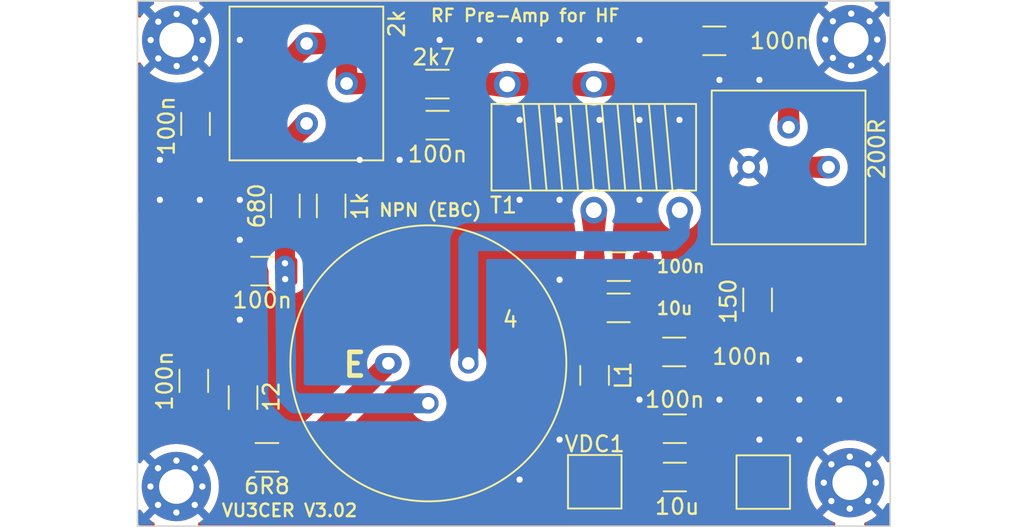
<source format=kicad_pcb>
(kicad_pcb (version 20221018) (generator pcbnew)
  (layers (0 "F.Cu" signal) (31 "B.Cu" signal) (34 "B.Paste" user) (35 "F.Paste" user) (36 "B.SilkS" user "B.Silkscreen") (37 "F.SilkS" user "F.Silkscreen") (38 "B.Mask" user) (39 "F.Mask" user) (44 "Edge.Cuts" user))
  (net 0 "")
  (net 1 "GND")
  (net 2 "Net-(IN1-In)")
  (net 3 "Net-(OUT1-In)")
  (net 4 "+12V")
  (net 5 "Net-(Q1-C)")
  (net 6 "Net-(Q1-B)")
  (net 7 "Net-(Q1-E)")
  (net 8 "Net-(C18-Pad1)")
  (net 9 "Net-(T1-AB)")
  (net 10 "Net-(C19-Pad2)")
  (net 11 "Net-(C25-Pad1)")
  (net 12 "Net-(C35-Pad1)")
  (net 13 "Net-(T1-SA)")
  (footprint "Capacitor_SMD:C_1206_3216Metric_Pad1.33x1.80mm_HandSolder" (layer "F.Cu") (at 104.414564 93.855)
    (fp_text reference "C18" hide)
    (fp_text value "100n" (at 0 1.85) (layer "F.SilkS"))
    (fp_line (start -0.711252 -0.91) (end 0.711252 -0.91) (stroke (width 0.12)) (layer "F.SilkS"))
    (fp_line (start -0.711252 0.91) (end 0.711252 0.91) (stroke (width 0.12)) (layer "F.SilkS"))
    (pad "1" smd roundrect (at -1.5625 0) (size 1.325 1.8) (layers "F.Cu" "F.Paste" "F.Mask") (roundrect_rratio 0.1886792453) (net 8 "Net-(C18-Pad1)"))
    (pad "2" smd roundrect (at 1.5625 0) (size 1.325 1.8) (layers "F.Cu" "F.Paste" "F.Mask") (roundrect_rratio 0.1886792453) (net 9 "Net-(T1-AB)"))
  )
  (footprint "Resistor_SMD:R_1206_3216Metric_Pad1.30x1.75mm_HandSolder" (layer "F.Cu") (at 104.404564 91.245 180)
    (fp_text reference "R5" hide)
    (fp_text value "2k7" (at 0.23 1.71 180) (layer "F.SilkS"))
    (fp_line (start -0.727064 -0.91) (end 0.727064 -0.91) (stroke (width 0.12)) (layer "F.SilkS"))
    (fp_line (start -0.727064 0.91) (end 0.727064 0.91) (stroke (width 0.12)) (layer "F.SilkS"))
    (pad "1" smd roundrect (at -1.55 0 180) (size 1.3 1.75) (layers "F.Cu" "F.Paste" "F.Mask") (roundrect_rratio 0.1923076923) (net 9 "Net-(T1-AB)"))
    (pad "2" smd roundrect (at 1.55 0 180) (size 1.3 1.75) (layers "F.Cu" "F.Paste" "F.Mask") (roundrect_rratio 0.1923076923) (net 8 "Net-(C18-Pad1)"))
  )
  (footprint "Resistor_SMD:R_1206_3216Metric_Pad1.30x1.75mm_HandSolder" (layer "F.Cu") (at 124.754564 104.955 -90)
    (fp_text reference "R1" hide)
    (fp_text value "150" (at 0.09 1.86 -90) (layer "F.SilkS"))
    (fp_line (start -0.727064 -0.91) (end 0.727064 -0.91) (stroke (width 0.12)) (layer "F.SilkS"))
    (fp_line (start -0.727064 0.91) (end 0.727064 0.91) (stroke (width 0.12)) (layer "F.SilkS"))
    (pad "1" smd roundrect (at -1.55 0 270) (size 1.3 1.75) (layers "F.Cu" "F.Paste" "F.Mask") (roundrect_rratio 0.1923076923) (net 1 "GND"))
    (pad "2" smd roundrect (at 1.55 0 270) (size 1.3 1.75) (layers "F.Cu" "F.Paste" "F.Mask") (roundrect_rratio 0.1923076923) (net 3 "Net-(OUT1-In)"))
  )
  (footprint "footprints:FT50-43 Transformer" (layer "F.Cu") (at 122.344564 95.255 -90)
    (fp_text reference "T1" (at 3.69 13.74 unlocked) (layer "F.SilkS"))
    (fp_text value "XFMR" hide)
    (fp_line (start -2.75 1.5) (end 2.75 1.5) (stroke (width 0.12)) (layer "F.SilkS"))
    (fp_line (start -2.75 3.5) (end 2.75 3) (stroke (width 0.12)) (layer "F.SilkS"))
    (fp_line (start -2.75 4.5) (end 2.75 4) (stroke (width 0.12)) (layer "F.SilkS"))
    (fp_line (start -2.75 5.5) (end 2.75 5) (stroke (width 0.12)) (layer "F.SilkS"))
    (fp_line (start -2.75 6.5) (end 2.75 6) (stroke (width 0.12)) (layer "F.SilkS"))
    (fp_line (start -2.75 7.5) (end 2.75 7) (stroke (width 0.12)) (layer "F.SilkS"))
    (fp_line (start -2.75 8.5) (end 2.75 8) (stroke (width 0.12)) (layer "F.SilkS"))
    (fp_line (start -2.75 9.5) (end 2.75 9) (stroke (width 0.12)) (layer "F.SilkS"))
    (fp_line (start -2.75 10.5) (end 2.75 10) (stroke (width 0.12)) (layer "F.SilkS"))
    (fp_line (start -2.75 11.5) (end 2.75 11) (stroke (width 0.12)) (layer "F.SilkS"))
    (fp_line (start -2.75 12.5) (end 2.75 12) (stroke (width 0.12)) (layer "F.SilkS"))
    (fp_line (start -2.75 14.5) (end -2.75 1.5) (stroke (width 0.12)) (layer "F.SilkS"))
    (fp_line (start 2.75 1.5) (end 2.75 14.5) (stroke (width 0.12)) (layer "F.SilkS"))
    (fp_line (start 2.75 14.5) (end -2.75 14.5) (stroke (width 0.12)) (layer "F.SilkS"))
    (pad "1" thru_hole circle (at 4 2.54 270) (size 1.7 1.7) (drill 1) (layers "*.Cu" "*.Mask") (net 5 "Net-(Q1-C)"))
    (pad "2" thru_hole circle (at -4 13.5 270) (size 1.7 1.7) (drill 1) (layers "*.Cu" "*.Mask") (net 9 "Net-(T1-AB)"))
    (pad "3" thru_hole circle (at 4 8 270) (size 1.7 1.7) (drill 1) (layers "*.Cu" "*.Mask") (net 13 "Net-(T1-SA)"))
    (pad "4" thru_hole circle (at -4 8 270) (size 1.7 1.7) (drill 1) (layers "*.Cu" "*.Mask") (net 9 "Net-(T1-AB)"))
  )
  (footprint "TestPoint:TestPoint_Pad_3.0x3.0mm" (layer "F.Cu") (at 114.404564 116.515)
    (fp_text reference "VDC1" (at 0 -2.398) (layer "F.SilkS"))
    (fp_text value "Conn_01x01" hide)
    (fp_line (start -1.7 -1.7) (end 1.7 -1.7) (stroke (width 0.12)) (layer "F.SilkS"))
    (fp_line (start -1.7 1.7) (end -1.7 -1.7) (stroke (width 0.12)) (layer "F.SilkS"))
    (fp_line (start 1.7 -1.7) (end 1.7 1.7) (stroke (width 0.12)) (layer "F.SilkS"))
    (fp_line (start 1.7 1.7) (end -1.7 1.7) (stroke (width 0.12)) (layer "F.SilkS"))
    (pad "1" smd rect (at 0 0) (size 3 3) (layers "F.Cu" "F.Mask") (net 4 "+12V"))
  )
  (footprint "Capacitor_SMD:C_1206_3216Metric_Pad1.33x1.80mm_HandSolder" (layer "F.Cu") (at 93.28 103.13)
    (fp_text reference "C1" hide)
    (fp_text value "100n" (at 0 1.85) (layer "F.SilkS"))
    (fp_line (start -0.711252 -0.91) (end 0.711252 -0.91) (stroke (width 0.12)) (layer "F.SilkS"))
    (fp_line (start -0.711252 0.91) (end 0.711252 0.91) (stroke (width 0.12)) (layer "F.SilkS"))
    (pad "1" smd roundrect (at -1.5625 0) (size 1.325 1.8) (layers "F.Cu" "F.Paste" "F.Mask") (roundrect_rratio 0.1886792453) (net 2 "Net-(IN1-In)"))
    (pad "2" smd roundrect (at 1.5625 0) (size 1.325 1.8) (layers "F.Cu" "F.Paste" "F.Mask") (roundrect_rratio 0.1886792453) (net 6 "Net-(Q1-B)"))
  )
  (footprint "Resistor_SMD:R_1206_3216Metric_Pad1.30x1.75mm_HandSolder" (layer "F.Cu") (at 93.574564 114.965)
    (fp_text reference "R8" hide)
    (fp_text value "6R8" (at 0 1.82) (layer "F.SilkS"))
    (fp_line (start -0.727064 -0.91) (end 0.727064 -0.91) (stroke (width 0.12)) (layer "F.SilkS"))
    (fp_line (start -0.727064 0.91) (end 0.727064 0.91) (stroke (width 0.12)) (layer "F.SilkS"))
    (pad "1" smd roundrect (at -1.55 0) (size 1.3 1.75) (layers "F.Cu" "F.Paste" "F.Mask") (roundrect_rratio 0.1923076923) (net 10 "Net-(C19-Pad2)"))
    (pad "2" smd roundrect (at 1.55 0) (size 1.3 1.75) (layers "F.Cu" "F.Paste" "F.Mask") (roundrect_rratio 0.1923076923) (net 7 "Net-(Q1-E)"))
  )
  (footprint "Capacitor_SMD:C_1206_3216Metric_Pad1.33x1.80mm_HandSolder" (layer "F.Cu") (at 119.492064 113.145 180)
    (fp_text reference "C23" hide)
    (fp_text value "100n" (at 0 1.85) (layer "F.SilkS"))
    (fp_line (start -0.711252 -0.91) (end 0.711252 -0.91) (stroke (width 0.12)) (layer "F.SilkS"))
    (fp_line (start -0.711252 0.91) (end 0.711252 0.91) (stroke (width 0.12)) (layer "F.SilkS"))
    (pad "1" smd roundrect (at -1.5625 0 180) (size 1.325 1.8) (layers "F.Cu" "F.Paste" "F.Mask") (roundrect_rratio 0.1886792453) (net 1 "GND"))
    (pad "2" smd roundrect (at 1.5625 0 180) (size 1.325 1.8) (layers "F.Cu" "F.Paste" "F.Mask") (roundrect_rratio 0.1886792453) (net 4 "+12V"))
  )
  (footprint "footprints:SMA_EDGELAUNCH_Modded" (layer "F.Cu") (at 132.384564 106.475 180)
    (fp_text reference "OUT1" hide)
    (fp_text value "SMA" hide)
    (pad "1" smd rect (at 2.032 0 270) (size 1.27 4.064) (layers "F.Cu" "F.Mask") (net 3 "Net-(OUT1-In)"))
    (pad "2" smd rect (at 2.032 -2.54 270) (size 1.524 4.064) (layers "F.Cu" "F.Mask") (net 1 "GND"))
    (pad "2" smd rect (at 2.032 2.54 270) (size 1.524 4.064) (layers "F.Cu" "F.Mask") (net 1 "GND"))
  )
  (footprint "footprints:SMA_EDGELAUNCH_Modded" (layer "F.Cu") (at 85.918 103.09)
    (fp_text reference "IN1" hide)
    (fp_text value "SMA")
    (pad "1" smd rect (at 2.032 0 90) (size 1.27 4.064) (layers "F.Cu" "F.Mask") (net 2 "Net-(IN1-In)"))
    (pad "2" smd rect (at 2.032 -2.54 90) (size 1.524 4.064) (layers "F.Cu" "F.Mask") (net 1 "GND"))
    (pad "2" smd rect (at 2.032 2.54 90) (size 1.524 4.064) (layers "F.Cu" "F.Mask") (net 1 "GND"))
  )
  (footprint "Resistor_SMD:R_1206_3216Metric_Pad1.30x1.75mm_HandSolder" (layer "F.Cu") (at 97.654564 98.985 90)
    (fp_text reference "R7" hide)
    (fp_text value "1k" (at 0 1.82 90) (layer "F.SilkS"))
    (fp_line (start -0.727064 -0.91) (end 0.727064 -0.91) (stroke (width 0.12)) (layer "F.SilkS"))
    (fp_line (start -0.727064 0.91) (end 0.727064 0.91) (stroke (width 0.12)) (layer "F.SilkS"))
    (pad "1" smd roundrect (at -1.55 0 90) (size 1.3 1.75) (layers "F.Cu" "F.Paste" "F.Mask") (roundrect_rratio 0.1923076923) (net 6 "Net-(Q1-B)"))
    (pad "2" smd roundrect (at 1.55 0 90) (size 1.3 1.75) (layers "F.Cu" "F.Paste" "F.Mask") (roundrect_rratio 0.1923076923) (net 1 "GND"))
  )
  (footprint "Capacitor_SMD:C_1206_3216Metric_Pad1.33x1.80mm_HandSolder" (layer "F.Cu") (at 115.922064 105.465 180)
    (fp_text reference "C20" hide)
    (fp_text value "10u" (at -3.5625 -0.03) (layer "F.SilkS") (effects (font (size 0.8 0.8))))
    (fp_line (start -0.711252 -0.91) (end 0.711252 -0.91) (stroke (width 0.12)) (layer "F.SilkS"))
    (fp_line (start -0.711252 0.91) (end 0.711252 0.91) (stroke (width 0.12)) (layer "F.SilkS"))
    (pad "1" smd roundrect (at -1.5625 0 180) (size 1.325 1.8) (layers "F.Cu" "F.Paste" "F.Mask") (roundrect_rratio 0.1886792453) (net 1 "GND"))
    (pad "2" smd roundrect (at 1.5625 0 180) (size 1.325 1.8) (layers "F.Cu" "F.Paste" "F.Mask") (roundrect_rratio 0.1886792453) (net 13 "Net-(T1-SA)"))
  )
  (footprint "Capacitor_SMD:C_1206_3216Metric_Pad1.33x1.80mm_HandSolder" (layer "F.Cu") (at 119.494564 116.215 180)
    (fp_text reference "C24" hide)
    (fp_text value "10u" (at -0.15 -1.88) (layer "F.SilkS"))
    (fp_line (start -0.711252 -0.91) (end 0.711252 -0.91) (stroke (width 0.12)) (layer "F.SilkS"))
    (fp_line (start -0.711252 0.91) (end 0.711252 0.91) (stroke (width 0.12)) (layer "F.SilkS"))
    (pad "1" smd roundrect (at -1.5625 0 180) (size 1.325 1.8) (layers "F.Cu" "F.Paste" "F.Mask") (roundrect_rratio 0.1886792453) (net 1 "GND"))
    (pad "2" smd roundrect (at 1.5625 0 180) (size 1.325 1.8) (layers "F.Cu" "F.Paste" "F.Mask") (roundrect_rratio 0.1886792453) (net 4 "+12V"))
  )
  (footprint "MountingHole:MountingHole_2.2mm_M2_Pad_Via" (layer "F.Cu") (at 87.834564 88.445)
    (fp_text reference "H1" hide)
    (fp_text value "MountingHole_Pad" hide)
    (pad "1" thru_hole circle (at -1.65 0) (size 0.7 0.7) (drill 0.4) (layers "*.Cu" "*.Mask") (net 1 "GND"))
    (pad "1" thru_hole circle (at -1.166726 -1.166726) (size 0.7 0.7) (drill 0.4) (layers "*.Cu" "*.Mask") (net 1 "GND"))
    (pad "1" thru_hole circle (at -1.166726 1.166726) (size 0.7 0.7) (drill 0.4) (layers "*.Cu" "*.Mask") (net 1 "GND"))
    (pad "1" thru_hole circle (at 0 -1.65) (size 0.7 0.7) (drill 0.4) (layers "*.Cu" "*.Mask") (net 1 "GND"))
    (pad "1" thru_hole circle (at 0 0) (size 4.4 4.4) (drill 2.2) (layers "*.Cu" "*.Mask") (net 1 "GND"))
    (pad "1" thru_hole circle (at 0 1.65) (size 0.7 0.7) (drill 0.4) (layers "*.Cu" "*.Mask") (net 1 "GND"))
    (pad "1" thru_hole circle (at 1.166726 -1.166726) (size 0.7 0.7) (drill 0.4) (layers "*.Cu" "*.Mask") (net 1 "GND"))
    (pad "1" thru_hole circle (at 1.166726 1.166726) (size 0.7 0.7) (drill 0.4) (layers "*.Cu" "*.Mask") (net 1 "GND"))
    (pad "1" thru_hole circle (at 1.65 0) (size 0.7 0.7) (drill 0.4) (layers "*.Cu" "*.Mask") (net 1 "GND"))
  )
  (footprint "Potentiometer_THT:Potentiometer_Bourns_3386P_Vertical" (layer "F.Cu") (at 96.094564 93.745)
    (fp_text reference "RV2" hide)
    (fp_text value "2k" (at 5.73 -6.35 90) (layer "F.SilkS"))
    (fp_line (start -4.9 -7.425) (end -4.9 2.345) (stroke (width 0.12)) (layer "F.SilkS"))
    (fp_line (start -4.9 -7.425) (end 4.87 -7.425) (stroke (width 0.12)) (layer "F.SilkS"))
    (fp_line (start -4.9 2.345) (end 4.87 2.345) (stroke (width 0.12)) (layer "F.SilkS"))
    (fp_line (start 4.87 -7.425) (end 4.87 2.345) (stroke (width 0.12)) (layer "F.SilkS"))
    (pad "1" thru_hole circle (at 0 0) (size 1.44 1.44) (drill 0.8) (layers "*.Cu" "*.Mask") (net 12 "Net-(C35-Pad1)"))
    (pad "2" thru_hole circle (at 2.54 -2.54) (size 1.44 1.44) (drill 0.8) (layers "*.Cu" "*.Mask") (net 8 "Net-(C18-Pad1)"))
    (pad "3" thru_hole circle (at 0 -5.08) (size 1.44 1.44) (drill 0.8) (layers "*.Cu" "*.Mask") (net 8 "Net-(C18-Pad1)"))
  )
  (footprint "Capacitor_SMD:C_1206_3216Metric_Pad1.33x1.80mm_HandSolder" (layer "F.Cu") (at 115.932064 102.845 180)
    (fp_text reference "C21" hide)
    (fp_text value "100n" (at -3.9425 0.01 180) (layer "F.SilkS") (effects (font (size 0.8 0.8))))
    (fp_line (start -0.711252 -0.91) (end 0.711252 -0.91) (stroke (width 0.12)) (layer "F.SilkS"))
    (fp_line (start -0.711252 0.91) (end 0.711252 0.91) (stroke (width 0.12)) (layer "F.SilkS"))
    (pad "1" smd roundrect (at -1.5625 0 180) (size 1.325 1.8) (layers "F.Cu" "F.Paste" "F.Mask") (roundrect_rratio 0.1886792453) (net 1 "GND"))
    (pad "2" smd roundrect (at 1.5625 0 180) (size 1.325 1.8) (layers "F.Cu" "F.Paste" "F.Mask") (roundrect_rratio 0.1886792453) (net 13 "Net-(T1-SA)"))
  )
  (footprint "Resistor_SMD:R_1206_3216Metric_Pad1.30x1.75mm_HandSolder" (layer "F.Cu") (at 92.054564 111.165 -90)
    (fp_text reference "R9" hide)
    (fp_text value "12" (at -0.06 -1.8 90) (layer "F.SilkS"))
    (fp_line (start -0.727064 -0.91) (end 0.727064 -0.91) (stroke (width 0.12)) (layer "F.SilkS"))
    (fp_line (start -0.727064 0.91) (end 0.727064 0.91) (stroke (width 0.12)) (layer "F.SilkS"))
    (pad "1" smd roundrect (at -1.55 0 270) (size 1.3 1.75) (layers "F.Cu" "F.Paste" "F.Mask") (roundrect_rratio 0.1923076923) (net 1 "GND"))
    (pad "2" smd roundrect (at 1.55 0 270) (size 1.3 1.75) (layers "F.Cu" "F.Paste" "F.Mask") (roundrect_rratio 0.1923076923) (net 10 "Net-(C19-Pad2)"))
  )
  (footprint "TestPoint:TestPoint_Pad_3.0x3.0mm" (layer "F.Cu") (at 125.114564 116.535)
    (fp_text reference "GND1" hide)
    (fp_text value "Conn_01x01" hide)
    (fp_line (start -1.7 -1.7) (end 1.7 -1.7) (stroke (width 0.12)) (layer "F.SilkS"))
    (fp_line (start -1.7 1.7) (end -1.7 -1.7) (stroke (width 0.12)) (layer "F.SilkS"))
    (fp_line (start 1.7 -1.7) (end 1.7 1.7) (stroke (width 0.12)) (layer "F.SilkS"))
    (fp_line (start 1.7 1.7) (end -1.7 1.7) (stroke (width 0.12)) (layer "F.SilkS"))
    (pad "1" smd rect (at 0 0) (size 3 3) (layers "F.Cu" "F.Mask") (net 1 "GND"))
  )
  (footprint "Capacitor_SMD:C_1206_3216Metric_Pad1.33x1.80mm_HandSolder" (layer "F.Cu") (at 88.924564 110.105 -90)
    (fp_text reference "C19" hide)
    (fp_text value "100n" (at 0 1.85 90) (layer "F.SilkS"))
    (fp_line (start -0.711252 -0.91) (end 0.711252 -0.91) (stroke (width 0.12)) (layer "F.SilkS"))
    (fp_line (start -0.711252 0.91) (end 0.711252 0.91) (stroke (width 0.12)) (layer "F.SilkS"))
    (pad "1" smd roundrect (at -1.5625 0 270) (size 1.325 1.8) (layers "F.Cu" "F.Paste" "F.Mask") (roundrect_rratio 0.1886792453) (net 1 "GND"))
    (pad "2" smd roundrect (at 1.5625 0 270) (size 1.325 1.8) (layers "F.Cu" "F.Paste" "F.Mask") (roundrect_rratio 0.1886792453) (net 10 "Net-(C19-Pad2)"))
  )
  (footprint "Package_TO_SOT_THT:TO-38-3" (layer "F.Cu") (at 101.29 108.99)
    (fp_text reference "Q1" hide)
    (fp_text value "NPN (EBC)" (at 2.664564 -9.735) (layer "F.SilkS") (effects (font (size 0.8 0.8))))
    (fp_circle (center 2.54 0) (end 11.31 0) (stroke (width 0.12)) (fill none) (layer "F.SilkS"))
    (pad "1" thru_hole oval (at 0 0) (size 1.7 1.3) (drill 0.8) (layers "*.Cu" "*.Mask") (net 7 "Net-(Q1-E)"))
    (pad "2" thru_hole oval (at 2.54 2.54) (size 1.3 1.3) (drill 0.8) (layers "*.Cu" "*.Mask") (net 6 "Net-(Q1-B)"))
    (pad "3" thru_hole oval (at 5.08 0) (size 1.3 1.3) (drill 0.8) (layers "*.Cu" "*.Mask") (net 5 "Net-(Q1-C)"))
  )
  (footprint "Capacitor_SMD:C_1206_3216Metric_Pad1.33x1.80mm_HandSolder" (layer "F.Cu") (at 119.457064 108.265 180)
    (fp_text reference "C22" hide)
    (fp_text value "100n" (at -4.3075 -0.3) (layer "F.SilkS"))
    (fp_line (start -0.711252 -0.91) (end 0.711252 -0.91) (stroke (width 0.12)) (layer "F.SilkS"))
    (fp_line (start -0.711252 0.91) (end 0.711252 0.91) (stroke (width 0.12)) (layer "F.SilkS"))
    (pad "1" smd roundrect (at -1.5625 0 180) (size 1.325 1.8) (layers "F.Cu" "F.Paste" "F.Mask") (roundrect_rratio 0.1886792453) (net 1 "GND"))
    (pad "2" smd roundrect (at 1.5625 0 180) (size 1.325 1.8) (layers "F.Cu" "F.Paste" "F.Mask") (roundrect_rratio 0.1886792453) (net 13 "Net-(T1-SA)"))
  )
  (footprint "Capacitor_SMD:C_1206_3216Metric_Pad1.33x1.80mm_HandSolder" (layer "F.Cu") (at 89.034564 93.7775 90)
    (fp_text reference "C35" hide)
    (fp_text value "100n" (at -0.1275 -1.84 90) (layer "F.SilkS"))
    (fp_line (start -0.711252 -0.91) (end 0.711252 -0.91) (stroke (width 0.12)) (layer "F.SilkS"))
    (fp_line (start -0.711252 0.91) (end 0.711252 0.91) (stroke (width 0.12)) (layer "F.SilkS"))
    (pad "1" smd roundrect (at -1.5625 0 90) (size 1.325 1.8) (layers "F.Cu" "F.Paste" "F.Mask") (roundrect_rratio 0.1886792453) (net 12 "Net-(C35-Pad1)"))
    (pad "2" smd roundrect (at 1.5625 0 90) (size 1.325 1.8) (layers "F.Cu" "F.Paste" "F.Mask") (roundrect_rratio 0.1886792453) (net 8 "Net-(C18-Pad1)"))
  )
  (footprint "Capacitor_SMD:C_1206_3216Metric_Pad1.33x1.80mm_HandSolder" (layer "F.Cu") (at 122.004564 88.495 180)
    (fp_text reference "C25" hide)
    (fp_text value "100n" (at -4.15 -0.01) (layer "F.SilkS"))
    (fp_line (start -0.711252 -0.91) (end 0.711252 -0.91) (stroke (width 0.12)) (layer "F.SilkS"))
    (fp_line (start -0.711252 0.91) (end 0.711252 0.91) (stroke (width 0.12)) (layer "F.SilkS"))
    (pad "1" smd roundrect (at -1.5625 0 180) (size 1.325 1.8) (layers "F.Cu" "F.Paste" "F.Mask") (roundrect_rratio 0.1886792453) (net 11 "Net-(C25-Pad1)"))
    (pad "2" smd roundrect (at 1.5625 0 180) (size 1.325 1.8) (layers "F.Cu" "F.Paste" "F.Mask") (roundrect_rratio 0.1886792453) (net 9 "Net-(T1-AB)"))
  )
  (footprint "MountingHole:MountingHole_2.2mm_M2_Pad_Via" (layer "F.Cu") (at 130.704564 88.415)
    (fp_text reference "H2" hide)
    (fp_text value "MountingHole_Pad" hide)
    (pad "1" thru_hole circle (at -1.65 0) (size 0.7 0.7) (drill 0.4) (layers "*.Cu" "*.Mask") (net 1 "GND"))
    (pad "1" thru_hole circle (at -1.166726 -1.166726) (size 0.7 0.7) (drill 0.4) (layers "*.Cu" "*.Mask") (net 1 "GND"))
    (pad "1" thru_hole circle (at -1.166726 1.166726) (size 0.7 0.7) (drill 0.4) (layers "*.Cu" "*.Mask") (net 1 "GND"))
    (pad "1" thru_hole circle (at 0 -1.65) (size 0.7 0.7) (drill 0.4) (layers "*.Cu" "*.Mask") (net 1 "GND"))
    (pad "1" thru_hole circle (at 0 0) (size 4.4 4.4) (drill 2.2) (layers "*.Cu" "*.Mask") (net 1 "GND"))
    (pad "1" thru_hole circle (at 0 1.65) (size 0.7 0.7) (drill 0.4) (layers "*.Cu" "*.Mask") (net 1 "GND"))
    (pad "1" thru_hole circle (at 1.166726 -1.166726) (size 0.7 0.7) (drill 0.4) (layers "*.Cu" "*.Mask") (net 1 "GND"))
    (pad "1" thru_hole circle (at 1.166726 1.166726) (size 0.7 0.7) (drill 0.4) (layers "*.Cu" "*.Mask") (net 1 "GND"))
    (pad "1" thru_hole circle (at 1.65 0) (size 0.7 0.7) (drill 0.4) (layers "*.Cu" "*.Mask") (net 1 "GND"))
  )
  (footprint "Potentiometer_THT:Potentiometer_Bourns_3386P_Vertical" (layer "F.Cu") (at 129.264564 96.525 90)
    (fp_text reference "RV1" hide)
    (fp_text value "200R" (at 1.17 3.07 90) (layer "F.SilkS"))
    (fp_line (start -4.9 -7.425) (end -4.9 2.345) (stroke (width 0.12)) (layer "F.SilkS"))
    (fp_line (start -4.9 -7.425) (end 4.87 -7.425) (stroke (width 0.12)) (layer "F.SilkS"))
    (fp_line (start -4.9 2.345) (end 4.87 2.345) (stroke (width 0.12)) (layer "F.SilkS"))
    (fp_line (start 4.87 -7.425) (end 4.87 2.345) (stroke (width 0.12)) (layer "F.SilkS"))
    (pad "1" thru_hole circle (at 0 0 90) (size 1.44 1.44) (drill 0.8) (layers "*.Cu" "*.Mask") (net 3 "Net-(OUT1-In)"))
    (pad "2" thru_hole circle (at 2.54 -2.54 90) (size 1.44 1.44) (drill 0.8) (layers "*.Cu" "*.Mask") (net 11 "Net-(C25-Pad1)"))
    (pad "3" thru_hole circle (at 0 -5.08 90) (size 1.44 1.44) (drill 0.8) (layers "*.Cu" "*.Mask") (net 1 "GND"))
  )
  (footprint "Inductor_SMD:L_1206_3216Metric_Pad1.42x1.75mm_HandSolder" (layer "F.Cu") (at 114.394564 109.7575 -90)
    (fp_text reference "L1" (at 0 -1.82 90) (layer "F.SilkS"))
    (fp_text value "600 @ 100 MHz" hide)
    (fp_line (start -0.602064 -0.91) (end 0.602064 -0.91) (stroke (width 0.12)) (layer "F.SilkS"))
    (fp_line (start -0.602064 0.91) (end 0.602064 0.91) (stroke (width 0.12)) (layer "F.SilkS"))
    (pad "1" smd roundrect (at -1.4875 0 270) (size 1.425 1.75) (layers "F.Cu" "F.Paste" "F.Mask") (roundrect_rratio 0.1754392982) (net 13 "Net-(T1-SA)"))
    (pad "2" smd roundrect (at 1.4875 0 270) (size 1.425 1.75) (layers "F.Cu" "F.Paste" "F.Mask") (roundrect_rratio 0.1754392982) (net 4 "+12V"))
  )
  (footprint "MountingHole:MountingHole_2.2mm_M2_Pad_Via" (layer "F.Cu") (at 87.817838 116.818274)
    (fp_text reference "H3" hide)
    (fp_text value "MountingHole_Pad" hide)
    (pad "1" thru_hole circle (at -1.65 0) (size 0.7 0.7) (drill 0.4) (layers "*.Cu" "*.Mask") (net 1 "GND"))
    (pad "1" thru_hole circle (at -1.166726 -1.166726) (size 0.7 0.7) (drill 0.4) (layers "*.Cu" "*.Mask") (net 1 "GND"))
    (pad "1" thru_hole circle (at -1.166726 1.166726) (size 0.7 0.7) (drill 0.4) (layers "*.Cu" "*.Mask") (net 1 "GND"))
    (pad "1" thru_hole circle (at 0 -1.65) (size 0.7 0.7) (drill 0.4) (layers "*.Cu" "*.Mask") (net 1 "GND"))
    (pad "1" thru_hole circle (at 0 0) (size 4.4 4.4) (drill 2.2) (layers "*.Cu" "*.Mask") (net 1 "GND"))
    (pad "1" thru_hole circle (at 0 1.65) (size 0.7 0.7) (drill 0.4) (layers "*.Cu" "*.Mask") (net 1 "GND"))
    (pad "1" thru_hole circle (at 1.166726 -1.166726) (size 0.7 0.7) (drill 0.4) (layers "*.Cu" "*.Mask") (net 1 "GND"))
    (pad "1" thru_hole circle (at 1.166726 1.166726) (size 0.7 0.7) (drill 0.4) (layers "*.Cu" "*.Mask") (net 1 "GND"))
    (pad "1" thru_hole circle (at 1.65 0) (size 0.7 0.7) (drill 0.4) (layers "*.Cu" "*.Mask") (net 1 "GND"))
  )
  (footprint "Resistor_SMD:R_1206_3216Metric_Pad1.30x1.75mm_HandSolder" (layer "F.Cu") (at 94.744564 98.985 -90)
    (fp_text reference "R6" hide)
    (fp_text value "680" (at 0 1.82 90) (layer "F.SilkS"))
    (fp_line (start -0.727064 -0.91) (end 0.727064 -0.91) (stroke (width 0.12)) (layer "F.SilkS"))
    (fp_line (start -0.727064 0.91) (end 0.727064 0.91) (stroke (width 0.12)) (layer "F.SilkS"))
    (pad "1" smd roundrect (at -1.55 0 270) (size 1.3 1.75) (layers "F.Cu" "F.Paste" "F.Mask") (roundrect_rratio 0.1923076923) (net 12 "Net-(C35-Pad1)"))
    (pad "2" smd roundrect (at 1.55 0 270) (size 1.3 1.75) (layers "F.Cu" "F.Paste" "F.Mask") (roundrect_rratio 0.1923076923) (net 6 "Net-(Q1-B)"))
  )
  (footprint "MountingHole:MountingHole_2.2mm_M2_Pad_Via" (layer "F.Cu") (at 130.609838 116.574274)
    (fp_text reference "H4" hide)
    (fp_text value "MountingHole_Pad" hide)
    (pad "1" thru_hole circle (at -1.65 0) (size 0.7 0.7) (drill 0.4) (layers "*.Cu" "*.Mask") (net 1 "GND"))
    (pad "1" thru_hole circle (at -1.166726 -1.166726) (size 0.7 0.7) (drill 0.4) (layers "*.Cu" "*.Mask") (net 1 "GND"))
    (pad "1" thru_hole circle (at -1.166726 1.166726) (size 0.7 0.7) (drill 0.4) (layers "*.Cu" "*.Mask") (net 1 "GND"))
    (pad "1" thru_hole circle (at 0 -1.65) (size 0.7 0.7) (drill 0.4) (layers "*.Cu" "*.Mask") (net 1 "GND"))
    (pad "1" thru_hole circle (at 0 0) (size 4.4 4.4) (drill 2.2) (layers "*.Cu" "*.Mask") (net 1 "GND"))
    (pad "1" thru_hole circle (at 0 1.65) (size 0.7 0.7) (drill 0.4) (layers "*.Cu" "*.Mask") (net 1 "GND"))
    (pad "1" thru_hole circle (at 1.166726 -1.166726) (size 0.7 0.7) (drill 0.4) (layers "*.Cu" "*.Mask") (net 1 "GND"))
    (pad "1" thru_hole circle (at 1.166726 1.166726) (size 0.7 0.7) (drill 0.4) (layers "*.Cu" "*.Mask") (net 1 "GND"))
    (pad "1" thru_hole circle (at 1.65 0) (size 0.7 0.7) (drill 0.4) (layers "*.Cu" "*.Mask") (net 1 "GND"))
  )
  (gr_rect (start 85.344 85.963) (end 133.1786 119.338) (stroke (width 0.1)) (fill none) (layer "Edge.Cuts"))
  (gr_text "E" (at 98.27 109.96) (layer "F.SilkS") (effects (font (size 1.5 1.5) (thickness 0.3) bold) (justify left bottom)))
  (gr_text "4" (at 108.46 106.79) (layer "F.SilkS") (effects (font (size 1 1)) (justify left bottom)))
  (gr_text "RF Pre-Amp for HF" (at 103.904564 87.355) (layer "F.SilkS") (effects (font (size 0.8 0.8)) (justify left bottom)))
  (gr_text "VU3CER V3.02" (at 90.624564 118.805) (layer "F.SilkS") (effects (font (size 0.8 0.8) (thickness 0.15) bold) (justify left bottom)))
  (via (at 89.3089 98.6) (size 0.8) (drill 0.4) (layers "F.Cu" "B.Cu") (net 1))
  (via (at 117.2489 98.6) (size 0.8) (drill 0.4) (layers "F.Cu" "B.Cu") (net 1))
  (via (at 104.5489 88.44) (size 0.8) (drill 0.4) (layers "F.Cu" "B.Cu") (net 1))
  (via (at 127.4089 108.76) (size 0.8) (drill 0.4) (layers "F.Cu" "B.Cu") (net 1))
  (via (at 91.8489 101.14) (size 0.8) (drill 0.4) (layers "F.Cu" "B.Cu") (net 1))
  (via (at 109.6289 93.52) (size 0.8) (drill 0.4) (layers "F.Cu" "B.Cu") (net 1))
  (via (at 99.4689 96.06) (size 0.8) (drill 0.4) (layers "F.Cu" "B.Cu") (net 1))
  (via (at 86.7689 96.06) (size 0.8) (drill 0.4) (layers "F.Cu" "B.Cu") (net 1))
  (via (at 112.1689 93.52) (size 0.8) (drill 0.4) (layers "F.Cu" "B.Cu") (net 1))
  (via (at 107.0889 88.44) (size 0.8) (drill 0.4) (layers "F.Cu" "B.Cu") (net 1))
  (via (at 112.1689 98.6) (size 0.8) (drill 0.4) (layers "F.Cu" "B.Cu") (net 1))
  (via (at 91.8489 98.6) (size 0.8) (drill 0.4) (layers "F.Cu" "B.Cu") (net 1))
  (via (at 117.2489 88.44) (size 0.8) (drill 0.4) (layers "F.Cu" "B.Cu") (net 1))
  (via (at 112.1689 88.44) (size 0.8) (drill 0.4) (layers "F.Cu" "B.Cu") (net 1))
  (via (at 124.8689 90.98) (size 0.8) (drill 0.4) (layers "F.Cu" "B.Cu") (net 1))
  (via (at 102.0089 96.06) (size 0.8) (drill 0.4) (layers "F.Cu" "B.Cu") (net 1))
  (via (at 112.1689 103.68) (size 0.8) (drill 0.4) (layers "F.Cu" "B.Cu") (net 1))
  (via (at 86.7689 98.6) (size 0.8) (drill 0.4) (layers "F.Cu" "B.Cu") (net 1))
  (via (at 129.9489 111.3) (size 0.8) (drill 0.4) (layers "F.Cu" "B.Cu") (net 1))
  (via (at 122.3289 90.98) (size 0.8) (drill 0.4) (layers "F.Cu" "B.Cu") (net 1))
  (via (at 124.8689 111.3) (size 0.8) (drill 0.4) (layers "F.Cu" "B.Cu") (net 1))
  (via (at 109.6289 98.6) (size 0.8) (drill 0.4) (layers "F.Cu" "B.Cu") (net 1))
  (via (at 114.7089 88.44) (size 0.8) (drill 0.4) (layers "F.Cu" "B.Cu") (net 1))
  (via (at 117.2489 111.3) (size 0.8) (drill 0.4) (layers "F.Cu" "B.Cu") (net 1))
  (via (at 114.7089 93.52) (size 0.8) (drill 0.4) (layers "F.Cu" "B.Cu") (net 1))
  (via (at 112.1689 113.84) (size 0.8) (drill 0.4) (layers "F.Cu" "B.Cu") (net 1))
  (via (at 117.2489 93.52) (size 0.8) (drill 0.4) (layers "F.Cu" "B.Cu") (net 1))
  (via (at 91.8489 106.22) (size 0.8) (drill 0.4) (layers "F.Cu" "B.Cu") (net 1))
  (via (at 124.8689 113.84) (size 0.8) (drill 0.4) (layers "F.Cu" "B.Cu") (net 1))
  (via (at 109.6289 88.44) (size 0.8) (drill 0.4) (layers "F.Cu" "B.Cu") (net 1))
  (via (at 122.3289 111.3) (size 0.8) (drill 0.4) (layers "F.Cu" "B.Cu") (net 1))
  (via (at 109.6289 116.38) (size 0.8) (drill 0.4) (layers "F.Cu" "B.Cu") (net 1))
  (via (at 119.7889 93.52) (size 0.8) (drill 0.4) (layers "F.Cu" "B.Cu") (net 1))
  (via (at 91.8489 88.44) (size 0.8) (drill 0.4) (layers "F.Cu" "B.Cu") (net 1))
  (via (at 127.4089 113.84) (size 0.8) (drill 0.4) (layers "F.Cu" "B.Cu") (net 1))
  (via (at 127.4089 111.3) (size 0.8) (drill 0.4) (layers "F.Cu" "B.Cu") (net 1))
  (segment (start 91.7175 103.13) (end 87.99 103.13) (width 1.27) (layer "F.Cu") (net 2))
  (segment (start 87.99 103.13) (end 87.95 103.09) (width 1.27) (layer "F.Cu") (net 2))
  (segment (start 126.654564 96.925) (end 126.654564 106.205) (width 1.27) (layer "F.Cu") (net 3))
  (segment (start 127.054564 96.525) (end 126.654564 96.925) (width 1.27) (layer "F.Cu") (net 3))
  (segment (start 130.352564 106.475) (end 124.784564 106.475) (width 1.27) (layer "F.Cu") (net 3))
  (segment (start 129.264564 96.525) (end 127.054564 96.525) (width 1.27) (layer "F.Cu") (net 3))
  (segment (start 114.404564 113.205) (end 114.404564 111.255) (width 1.27) (layer "F.Cu") (net 4))
  (segment (start 114.404564 116.515) (end 114.404564 113.205) (width 1.27) (layer "F.Cu") (net 4))
  (segment (start 117.932064 116.215) (end 117.932064 113.1475) (width 1.27) (layer "F.Cu") (net 4))
  (segment (start 114.464564 113.145) (end 114.404564 113.205) (width 1.27) (layer "F.Cu") (net 4))
  (segment (start 117.929564 113.145) (end 114.464564 113.145) (width 1.27) (layer "F.Cu") (net 4))
  (segment (start 106.37 101.225) (end 106.37 108.99) (width 1.27) (layer "B.Cu") (net 5))
  (segment (start 119.804564 100.715) (end 119.294564 101.225) (width 1.27) (layer "B.Cu") (net 5))
  (segment (start 119.804564 99.255) (end 119.804564 100.715) (width 1.27) (layer "B.Cu") (net 5))
  (segment (start 119.294564 101.225) (end 106.37 101.225) (width 1.27) (layer "B.Cu") (net 5))
  (segment (start 94.72 102.63) (end 94.72 100.559564) (width 1.27) (layer "F.Cu") (net 6))
  (segment (start 94.744564 100.535) (end 97.654564 100.535) (width 1.27) (layer "F.Cu") (net 6))
  (via (at 94.73 103.64) (size 0.8) (drill 0.4) (layers "F.Cu" "B.Cu") (net 6))
  (via (at 94.72 102.63) (size 0.8) (drill 0.4) (layers "F.Cu" "B.Cu") (net 6))
  (segment (start 103.83 111.53) (end 95.36 111.53) (width 1.27) (layer "B.Cu") (net 6))
  (segment (start 95.36 111.53) (end 94.78 110.95) (width 1.27) (layer "B.Cu") (net 6))
  (segment (start 94.784564 108.735) (end 94.73 103.64) (width 1.27) (layer "B.Cu") (net 6))
  (segment (start 94.73 103.64) (end 94.71 102.79) (width 1.27) (layer "B.Cu") (net 6))
  (segment (start 94.78 110.95) (end 94.784564 108.735) (width 1.27) (layer "B.Cu") (net 6))
  (segment (start 95.315 114.965) (end 101.29 108.99) (width 1.27) (layer "F.Cu") (net 7))
  (segment (start 95.124564 114.965) (end 95.315 114.965) (width 1.27) (layer "F.Cu") (net 7))
  (segment (start 98.634564 88.975) (end 98.634564 91.205) (width 1.27) (layer "F.Cu") (net 8))
  (segment (start 98.634564 91.205) (end 102.914564 91.205) (width 1.27) (layer "F.Cu") (net 8))
  (segment (start 102.852064 93.855) (end 102.852064 91.2475) (width 1.27) (layer "F.Cu") (net 8))
  (segment (start 98.324564 88.665) (end 98.634564 88.975) (width 1.27) (layer "F.Cu") (net 8))
  (segment (start 92.544564 92.215) (end 96.094564 88.665) (width 1.27) (layer "F.Cu") (net 8))
  (segment (start 96.094564 88.665) (end 98.324564 88.665) (width 1.27) (layer "F.Cu") (net 8))
  (segment (start 89.034564 92.215) (end 92.544564 92.215) (width 1.27) (layer "F.Cu") (net 8))
  (segment (start 105.954564 91.245) (end 105.954564 93.8325) (width 1.27) (layer "F.Cu") (net 9))
  (segment (start 108.844564 91.255) (end 114.344564 91.255) (width 1.27) (layer "F.Cu") (net 9))
  (segment (start 120.442064 90.8475) (end 120.442064 88.495) (width 1.27) (layer "F.Cu") (net 9))
  (segment (start 120.034564 91.255) (end 120.442064 90.8475) (width 1.27) (layer "F.Cu") (net 9))
  (segment (start 114.344564 91.255) (end 120.034564 91.255) (width 1.27) (layer "F.Cu") (net 9))
  (segment (start 105.954564 91.245) (end 108.834564 91.245) (width 1.27) (layer "F.Cu") (net 9))
  (segment (start 92.024564 114.965) (end 92.024564 112.745) (width 1.27) (layer "F.Cu") (net 10))
  (segment (start 88.947064 111.6675) (end 89.994564 112.715) (width 1.27) (layer "F.Cu") (net 10))
  (segment (start 89.994564 112.715) (end 92.054564 112.715) (width 1.27) (layer "F.Cu") (net 10))
  (segment (start 126.724564 88.705) (end 126.724564 93.985) (width 1.27) (layer "F.Cu") (net 11))
  (segment (start 123.567064 88.495) (end 126.514564 88.495) (width 1.27) (layer "F.Cu") (net 11))
  (segment (start 126.514564 88.495) (end 126.724564 88.705) (width 1.27) (layer "F.Cu") (net 11))
  (segment (start 94.744564 97.435) (end 94.744564 95.095) (width 1.27) (layer "F.Cu") (net 12))
  (segment (start 94.499564 95.34) (end 94.744564 95.095) (width 1.27) (layer "F.Cu") (net 12))
  (segment (start 94.744564 95.095) (end 96.094564 93.745) (width 1.27) (layer "F.Cu") (net 12))
  (segment (start 89.034564 95.34) (end 94.499564 95.34) (width 1.27) (layer "F.Cu") (net 12))
  (segment (start 114.369564 102.845) (end 114.369564 99.28) (width 1.27) (layer "F.Cu") (net 13))
  (segment (start 117.894564 108.265) (end 114.399564 108.265) (width 1.27) (layer "F.Cu") (net 13))
  (segment (start 114.359564 105.465) (end 114.359564 102.855) (width 1.27) (layer "F.Cu") (net 13))
  (segment (start 114.359564 105.465) (end 114.359564 108.235) (width 1.27) (layer "F.Cu") (net 13))
  (zone (net 1) (net_name "GND") (layer "F.Cu") (connect_pads (clearance 0.5)) (min_thickness 0.25) (fill yes (thermal_gap 0.5) (thermal_bridge_width 0.5))
    (polygon (pts (xy 85.314 85.967) (xy 133.156 85.947) (xy 133.286 119.328) (xy 85.444 119.348)))
  )
  (zone (net 1) (net_name "GND") (layer "B.Cu") (priority 1) (connect_pads (clearance 0.5)) (min_thickness 0.25) (fill yes (thermal_gap 0.5) (thermal_bridge_width 0.5))
    (polygon (pts (xy 85.41 85.9) (xy 85.35 119.27) (xy 133.16 119.29) (xy 133.22 85.92)))
  )
)
</source>
